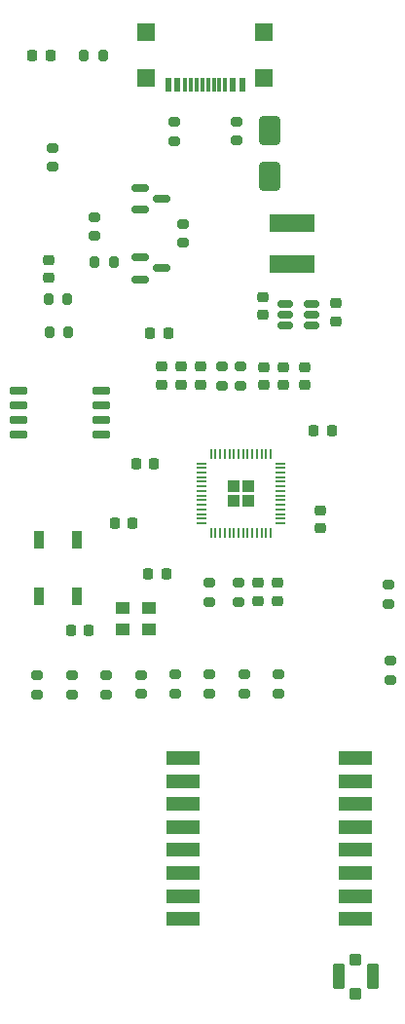
<source format=gtp>
G04 #@! TF.GenerationSoftware,KiCad,Pcbnew,8.0.6*
G04 #@! TF.CreationDate,2024-11-13T15:42:30-05:00*
G04 #@! TF.ProjectId,KiCAD-RFM69,4b694341-442d-4524-964d-36392e6b6963,rev?*
G04 #@! TF.SameCoordinates,Original*
G04 #@! TF.FileFunction,Paste,Top*
G04 #@! TF.FilePolarity,Positive*
%FSLAX46Y46*%
G04 Gerber Fmt 4.6, Leading zero omitted, Abs format (unit mm)*
G04 Created by KiCad (PCBNEW 8.0.6) date 2024-11-13 15:42:30*
%MOMM*%
%LPD*%
G01*
G04 APERTURE LIST*
G04 Aperture macros list*
%AMRoundRect*
0 Rectangle with rounded corners*
0 $1 Rounding radius*
0 $2 $3 $4 $5 $6 $7 $8 $9 X,Y pos of 4 corners*
0 Add a 4 corners polygon primitive as box body*
4,1,4,$2,$3,$4,$5,$6,$7,$8,$9,$2,$3,0*
0 Add four circle primitives for the rounded corners*
1,1,$1+$1,$2,$3*
1,1,$1+$1,$4,$5*
1,1,$1+$1,$6,$7*
1,1,$1+$1,$8,$9*
0 Add four rect primitives between the rounded corners*
20,1,$1+$1,$2,$3,$4,$5,0*
20,1,$1+$1,$4,$5,$6,$7,0*
20,1,$1+$1,$6,$7,$8,$9,0*
20,1,$1+$1,$8,$9,$2,$3,0*%
G04 Aperture macros list end*
%ADD10R,1.500000X1.500000*%
%ADD11R,0.300000X1.150000*%
%ADD12R,0.600000X1.150000*%
%ADD13RoundRect,0.225000X0.225000X0.250000X-0.225000X0.250000X-0.225000X-0.250000X0.225000X-0.250000X0*%
%ADD14RoundRect,0.218750X-0.218750X-0.256250X0.218750X-0.256250X0.218750X0.256250X-0.218750X0.256250X0*%
%ADD15RoundRect,0.200000X0.275000X-0.200000X0.275000X0.200000X-0.275000X0.200000X-0.275000X-0.200000X0*%
%ADD16RoundRect,0.090000X-0.360000X0.660000X-0.360000X-0.660000X0.360000X-0.660000X0.360000X0.660000X0*%
%ADD17R,4.000000X1.500000*%
%ADD18RoundRect,0.200000X-0.275000X0.200000X-0.275000X-0.200000X0.275000X-0.200000X0.275000X0.200000X0*%
%ADD19RoundRect,0.050000X-0.050000X-0.387500X0.050000X-0.387500X0.050000X0.387500X-0.050000X0.387500X0*%
%ADD20RoundRect,0.050000X-0.387500X-0.050000X0.387500X-0.050000X0.387500X0.050000X-0.387500X0.050000X0*%
%ADD21RoundRect,0.250000X-0.292217X-0.292217X0.292217X-0.292217X0.292217X0.292217X-0.292217X0.292217X0*%
%ADD22RoundRect,0.150000X-0.587500X-0.150000X0.587500X-0.150000X0.587500X0.150000X-0.587500X0.150000X0*%
%ADD23RoundRect,0.100000X-0.400000X-0.400000X0.400000X-0.400000X0.400000X0.400000X-0.400000X0.400000X0*%
%ADD24RoundRect,0.105000X-0.420000X-0.995000X0.420000X-0.995000X0.420000X0.995000X-0.420000X0.995000X0*%
%ADD25RoundRect,0.225000X-0.250000X0.225000X-0.250000X-0.225000X0.250000X-0.225000X0.250000X0.225000X0*%
%ADD26RoundRect,0.250000X0.650000X-1.000000X0.650000X1.000000X-0.650000X1.000000X-0.650000X-1.000000X0*%
%ADD27RoundRect,0.225000X0.250000X-0.225000X0.250000X0.225000X-0.250000X0.225000X-0.250000X-0.225000X0*%
%ADD28RoundRect,0.150000X-0.650000X-0.150000X0.650000X-0.150000X0.650000X0.150000X-0.650000X0.150000X0*%
%ADD29RoundRect,0.218750X-0.256250X0.218750X-0.256250X-0.218750X0.256250X-0.218750X0.256250X0.218750X0*%
%ADD30RoundRect,0.200000X0.200000X0.275000X-0.200000X0.275000X-0.200000X-0.275000X0.200000X-0.275000X0*%
%ADD31RoundRect,0.150000X-0.512500X-0.150000X0.512500X-0.150000X0.512500X0.150000X-0.512500X0.150000X0*%
%ADD32R,1.300000X1.050000*%
%ADD33RoundRect,0.225000X-0.225000X-0.250000X0.225000X-0.250000X0.225000X0.250000X-0.225000X0.250000X0*%
%ADD34RoundRect,0.200000X-0.200000X-0.275000X0.200000X-0.275000X0.200000X0.275000X-0.200000X0.275000X0*%
%ADD35R,3.000000X1.200000*%
G04 APERTURE END LIST*
D10*
X119380000Y-64570000D03*
X129620000Y-64570000D03*
X119380000Y-68500000D03*
X129620000Y-68500000D03*
D11*
X126250000Y-69075000D03*
X125250000Y-69075000D03*
X123750000Y-69075000D03*
X122750000Y-69075000D03*
D12*
X121300000Y-69075000D03*
X122100000Y-69075000D03*
D11*
X123250000Y-69075000D03*
X124250000Y-69075000D03*
X124750000Y-69075000D03*
X125750000Y-69075000D03*
D12*
X126900000Y-69075000D03*
X127700000Y-69075000D03*
D13*
X114375000Y-116500000D03*
X112825000Y-116500000D03*
D14*
X109487500Y-66600000D03*
X111062500Y-66600000D03*
D15*
X121800000Y-74000000D03*
X121800000Y-72350000D03*
D16*
X113350000Y-113550000D03*
X110050000Y-113550000D03*
X110050000Y-108650000D03*
X113350000Y-108650000D03*
D15*
X118900000Y-122025000D03*
X118900000Y-120375000D03*
D17*
X132100000Y-81100000D03*
X132100000Y-84700000D03*
D18*
X114900000Y-80575000D03*
X114900000Y-82225000D03*
D15*
X111200000Y-76225000D03*
X111200000Y-74575000D03*
D19*
X125000000Y-101162500D03*
X125400000Y-101162500D03*
X125800000Y-101162500D03*
X126200000Y-101162500D03*
X126600000Y-101162500D03*
X127000000Y-101162500D03*
X127400000Y-101162500D03*
X127800000Y-101162500D03*
X128200000Y-101162500D03*
X128600000Y-101162500D03*
X129000000Y-101162500D03*
X129400000Y-101162500D03*
X129800000Y-101162500D03*
X130200000Y-101162500D03*
D20*
X131037500Y-102000000D03*
X131037500Y-102400000D03*
X131037500Y-102800000D03*
X131037500Y-103200000D03*
X131037500Y-103600000D03*
X131037500Y-104000000D03*
X131037500Y-104400000D03*
X131037500Y-104800000D03*
X131037500Y-105200000D03*
X131037500Y-105600000D03*
X131037500Y-106000000D03*
X131037500Y-106400000D03*
X131037500Y-106800000D03*
X131037500Y-107200000D03*
D19*
X130200000Y-108037500D03*
X129800000Y-108037500D03*
X129400000Y-108037500D03*
X129000000Y-108037500D03*
X128600000Y-108037500D03*
X128200000Y-108037500D03*
X127800000Y-108037500D03*
X127400000Y-108037500D03*
X127000000Y-108037500D03*
X126600000Y-108037500D03*
X126200000Y-108037500D03*
X125800000Y-108037500D03*
X125400000Y-108037500D03*
X125000000Y-108037500D03*
D20*
X124162500Y-107200000D03*
X124162500Y-106800000D03*
X124162500Y-106400000D03*
X124162500Y-106000000D03*
X124162500Y-105600000D03*
X124162500Y-105200000D03*
X124162500Y-104800000D03*
X124162500Y-104400000D03*
X124162500Y-104000000D03*
X124162500Y-103600000D03*
X124162500Y-103200000D03*
X124162500Y-102800000D03*
X124162500Y-102400000D03*
X124162500Y-102000000D03*
D21*
X128237500Y-105237500D03*
X128237500Y-103962500D03*
X126962500Y-105237500D03*
X126962500Y-103962500D03*
D15*
X121900000Y-122000000D03*
X121900000Y-120350000D03*
D18*
X127400000Y-112375000D03*
X127400000Y-114025000D03*
D22*
X118825000Y-84100000D03*
X118825000Y-86000000D03*
X120700000Y-85050000D03*
D23*
X137600000Y-145100000D03*
D24*
X139075000Y-146600000D03*
D23*
X137600000Y-148100000D03*
D24*
X136125000Y-146600000D03*
D25*
X129100000Y-112400000D03*
X129100000Y-113950000D03*
D26*
X130100000Y-77100000D03*
X130100000Y-73100000D03*
D27*
X133200000Y-95200000D03*
X133200000Y-93650000D03*
D18*
X140400000Y-112575000D03*
X140400000Y-114225000D03*
D28*
X108300000Y-95695000D03*
X108300000Y-96965000D03*
X108300000Y-98235000D03*
X108300000Y-99505000D03*
X115500000Y-99505000D03*
X115500000Y-98235000D03*
X115500000Y-96965000D03*
X115500000Y-95695000D03*
D29*
X110925000Y-84312500D03*
X110925000Y-85887500D03*
D18*
X140600000Y-119175000D03*
X140600000Y-120825000D03*
X127200000Y-72300000D03*
X127200000Y-73950000D03*
D27*
X129600000Y-95200000D03*
X129600000Y-93650000D03*
X129500000Y-89075000D03*
X129500000Y-87525000D03*
D25*
X130800000Y-112400000D03*
X130800000Y-113950000D03*
D13*
X121275000Y-90700000D03*
X119725000Y-90700000D03*
D30*
X112525000Y-87700000D03*
X110875000Y-87700000D03*
D15*
X124900000Y-122000000D03*
X124900000Y-120350000D03*
X112900000Y-122100000D03*
X112900000Y-120450000D03*
D27*
X124100000Y-95150000D03*
X124100000Y-93600000D03*
D15*
X115900000Y-122075000D03*
X115900000Y-120425000D03*
X127900000Y-122000000D03*
X127900000Y-120350000D03*
D18*
X126000000Y-93600000D03*
X126000000Y-95250000D03*
D15*
X130900000Y-122000000D03*
X130900000Y-120350000D03*
D13*
X118175000Y-107200000D03*
X116625000Y-107200000D03*
D27*
X122400000Y-95150000D03*
X122400000Y-93600000D03*
D18*
X122562500Y-81175000D03*
X122562500Y-82825000D03*
D13*
X120075000Y-102000000D03*
X118525000Y-102000000D03*
D31*
X131462500Y-88150000D03*
X131462500Y-89100000D03*
X131462500Y-90050000D03*
X133737500Y-90050000D03*
X133737500Y-89100000D03*
X133737500Y-88150000D03*
D32*
X117300000Y-116450000D03*
X119600000Y-116450000D03*
X119600000Y-114600000D03*
X117300000Y-114600000D03*
D30*
X116525000Y-84500000D03*
X114875000Y-84500000D03*
D33*
X119550000Y-111600000D03*
X121100000Y-111600000D03*
D18*
X127600000Y-93600000D03*
X127600000Y-95250000D03*
D34*
X113950000Y-66600000D03*
X115600000Y-66600000D03*
D25*
X135900000Y-88100000D03*
X135900000Y-89650000D03*
X134500000Y-106100000D03*
X134500000Y-107650000D03*
D18*
X124900000Y-112375000D03*
X124900000Y-114025000D03*
D22*
X118825000Y-78050000D03*
X118825000Y-79950000D03*
X120700000Y-79000000D03*
D27*
X120700000Y-95150000D03*
X120700000Y-93600000D03*
D15*
X109900000Y-122100000D03*
X109900000Y-120450000D03*
D27*
X131300000Y-95175000D03*
X131300000Y-93625000D03*
D30*
X112600000Y-90600000D03*
X110950000Y-90600000D03*
D35*
X122600000Y-127600000D03*
X122600000Y-129600000D03*
X122600000Y-131600000D03*
X122600000Y-133600000D03*
X122600000Y-135600000D03*
X122600000Y-137600000D03*
X122600000Y-139600000D03*
X122600000Y-141600000D03*
X137600000Y-141600000D03*
X137600000Y-139600000D03*
X137600000Y-137600000D03*
X137600000Y-135600000D03*
X137600000Y-133600000D03*
X137600000Y-131600000D03*
X137600000Y-129600000D03*
X137600000Y-127600000D03*
D33*
X133950000Y-99200000D03*
X135500000Y-99200000D03*
M02*

</source>
